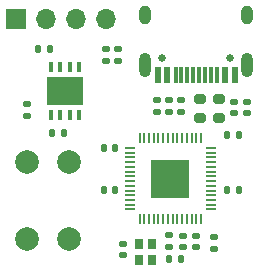
<source format=gbr>
%TF.GenerationSoftware,KiCad,Pcbnew,7.99.0-957-g18dd623122*%
%TF.CreationDate,2023-07-10T16:21:33-04:00*%
%TF.ProjectId,rp2040_base,72703230-3430-45f6-9261-73652e6b6963,rev?*%
%TF.SameCoordinates,Original*%
%TF.FileFunction,Soldermask,Top*%
%TF.FilePolarity,Negative*%
%FSLAX46Y46*%
G04 Gerber Fmt 4.6, Leading zero omitted, Abs format (unit mm)*
G04 Created by KiCad (PCBNEW 7.99.0-957-g18dd623122) date 2023-07-10 16:21:33*
%MOMM*%
%LPD*%
G01*
G04 APERTURE LIST*
G04 Aperture macros list*
%AMRoundRect*
0 Rectangle with rounded corners*
0 $1 Rounding radius*
0 $2 $3 $4 $5 $6 $7 $8 $9 X,Y pos of 4 corners*
0 Add a 4 corners polygon primitive as box body*
4,1,4,$2,$3,$4,$5,$6,$7,$8,$9,$2,$3,0*
0 Add four circle primitives for the rounded corners*
1,1,$1+$1,$2,$3*
1,1,$1+$1,$4,$5*
1,1,$1+$1,$6,$7*
1,1,$1+$1,$8,$9*
0 Add four rect primitives between the rounded corners*
20,1,$1+$1,$2,$3,$4,$5,0*
20,1,$1+$1,$4,$5,$6,$7,0*
20,1,$1+$1,$6,$7,$8,$9,0*
20,1,$1+$1,$8,$9,$2,$3,0*%
G04 Aperture macros list end*
%ADD10RoundRect,0.140000X0.170000X-0.140000X0.170000X0.140000X-0.170000X0.140000X-0.170000X-0.140000X0*%
%ADD11R,1.700000X1.700000*%
%ADD12O,1.700000X1.700000*%
%ADD13RoundRect,0.200000X0.275000X-0.200000X0.275000X0.200000X-0.275000X0.200000X-0.275000X-0.200000X0*%
%ADD14RoundRect,0.140000X-0.170000X0.140000X-0.170000X-0.140000X0.170000X-0.140000X0.170000X0.140000X0*%
%ADD15C,0.650000*%
%ADD16R,0.600000X1.450000*%
%ADD17R,0.300000X1.450000*%
%ADD18O,1.000000X2.100000*%
%ADD19O,1.000000X1.600000*%
%ADD20RoundRect,0.135000X0.185000X-0.135000X0.185000X0.135000X-0.185000X0.135000X-0.185000X-0.135000X0*%
%ADD21RoundRect,0.135000X-0.185000X0.135000X-0.185000X-0.135000X0.185000X-0.135000X0.185000X0.135000X0*%
%ADD22RoundRect,0.140000X-0.140000X-0.170000X0.140000X-0.170000X0.140000X0.170000X-0.140000X0.170000X0*%
%ADD23RoundRect,0.140000X0.140000X0.170000X-0.140000X0.170000X-0.140000X-0.170000X0.140000X-0.170000X0*%
%ADD24C,2.000000*%
%ADD25R,0.304800X0.863600*%
%ADD26R,3.098800X2.387600*%
%ADD27RoundRect,0.050000X-0.387500X-0.050000X0.387500X-0.050000X0.387500X0.050000X-0.387500X0.050000X0*%
%ADD28RoundRect,0.050000X-0.050000X-0.387500X0.050000X-0.387500X0.050000X0.387500X-0.050000X0.387500X0*%
%ADD29R,3.200000X3.200000*%
%ADD30RoundRect,0.135000X-0.135000X-0.185000X0.135000X-0.185000X0.135000X0.185000X-0.135000X0.185000X0*%
%ADD31R,0.800000X0.900000*%
%ADD32RoundRect,0.200000X-0.275000X0.200000X-0.275000X-0.200000X0.275000X-0.200000X0.275000X0.200000X0*%
G04 APERTURE END LIST*
D10*
%TO.C,C9*%
X148082000Y-89013000D03*
X148082000Y-88053000D03*
%TD*%
D11*
%TO.C,J2*%
X128524001Y-81026000D03*
D12*
X131064001Y-81026000D03*
X133604000Y-81026000D03*
X136144001Y-81026000D03*
%TD*%
D13*
%TO.C,R5*%
X145669000Y-89470999D03*
X145669000Y-87820999D03*
%TD*%
D14*
%TO.C,C13*%
X137526846Y-100114733D03*
X137526846Y-101074733D03*
%TD*%
D10*
%TO.C,C4*%
X142494000Y-88900000D03*
X142494000Y-87940000D03*
%TD*%
D15*
%TO.C,J1*%
X146654000Y-84388000D03*
X140874000Y-84388000D03*
D16*
X147014000Y-85833000D03*
X146214000Y-85833000D03*
D17*
X145014000Y-85833000D03*
X144014000Y-85833000D03*
X143514000Y-85833000D03*
X142514000Y-85833000D03*
D16*
X141314000Y-85833000D03*
X140514000Y-85833000D03*
X140514000Y-85833000D03*
X141314000Y-85833000D03*
D17*
X142014000Y-85833000D03*
X143014000Y-85833000D03*
X144514000Y-85833000D03*
X145514000Y-85833000D03*
D16*
X146214000Y-85833000D03*
X147014000Y-85833000D03*
D18*
X148084000Y-84918000D03*
D19*
X148084000Y-80738000D03*
D18*
X139444000Y-84918000D03*
D19*
X139444000Y-80738000D03*
%TD*%
D10*
%TO.C,C10*%
X140462000Y-88900000D03*
X140462000Y-87940000D03*
%TD*%
%TO.C,C11*%
X147004369Y-89013000D03*
X147004369Y-88053000D03*
%TD*%
D20*
%TO.C,R2*%
X137160000Y-84583999D03*
X137160000Y-83564001D03*
%TD*%
D21*
%TO.C,R6*%
X141448554Y-99345001D03*
X141448554Y-100364999D03*
%TD*%
D22*
%TO.C,C12*%
X141474500Y-101379000D03*
X142434500Y-101379000D03*
%TD*%
D23*
%TO.C,C7*%
X136929216Y-91973686D03*
X135969216Y-91973686D03*
%TD*%
D14*
%TO.C,C3*%
X142654869Y-99396313D03*
X142654869Y-100356313D03*
%TD*%
D20*
%TO.C,R3*%
X136144000Y-84583999D03*
X136144000Y-83564001D03*
%TD*%
D24*
%TO.C,SW1*%
X129413000Y-93195000D03*
X129413000Y-99695000D03*
%TD*%
D22*
%TO.C,C14*%
X130399850Y-83566000D03*
X131359850Y-83566000D03*
%TD*%
D25*
%TO.C,U2*%
X131457700Y-89141300D03*
X132257800Y-89141300D03*
X133057900Y-89141300D03*
X133858000Y-89141300D03*
D26*
X132657850Y-87122000D03*
D25*
X133858000Y-85102700D03*
X133057900Y-85102700D03*
X132257800Y-85102700D03*
X131457700Y-85102700D03*
%TD*%
D21*
%TO.C,R7*%
X129413000Y-88263001D03*
X129413000Y-89282999D03*
%TD*%
D27*
%TO.C,U1*%
X138127500Y-91975000D03*
X138127500Y-92375001D03*
X138127500Y-92775000D03*
X138127500Y-93175000D03*
X138127500Y-93575000D03*
X138127500Y-93974999D03*
X138127500Y-94375000D03*
X138127500Y-94775000D03*
X138127500Y-95175001D03*
X138127500Y-95575000D03*
X138127500Y-95975000D03*
X138127500Y-96375000D03*
X138127500Y-96774999D03*
X138127500Y-97175000D03*
D28*
X138965000Y-98012500D03*
X139365001Y-98012500D03*
X139765000Y-98012500D03*
X140165000Y-98012500D03*
X140565000Y-98012500D03*
X140964999Y-98012500D03*
X141365000Y-98012500D03*
X141765000Y-98012500D03*
X142165001Y-98012500D03*
X142565000Y-98012500D03*
X142965000Y-98012500D03*
X143365000Y-98012500D03*
X143764999Y-98012500D03*
X144165000Y-98012500D03*
D27*
X145002500Y-97175000D03*
X145002500Y-96774999D03*
X145002500Y-96375000D03*
X145002500Y-95975000D03*
X145002500Y-95575000D03*
X145002500Y-95175001D03*
X145002500Y-94775000D03*
X145002500Y-94375000D03*
X145002500Y-93974999D03*
X145002500Y-93575000D03*
X145002500Y-93175000D03*
X145002500Y-92775000D03*
X145002500Y-92375001D03*
X145002500Y-91975000D03*
D28*
X144165000Y-91137500D03*
X143764999Y-91137500D03*
X143365000Y-91137500D03*
X142965000Y-91137500D03*
X142565000Y-91137500D03*
X142165001Y-91137500D03*
X141765000Y-91137500D03*
X141365000Y-91137500D03*
X140964999Y-91137500D03*
X140565000Y-91137500D03*
X140165000Y-91137500D03*
X139765000Y-91137500D03*
X139365001Y-91137500D03*
X138965000Y-91137500D03*
D29*
X141565000Y-94575000D03*
%TD*%
D10*
%TO.C,C2*%
X141478000Y-88900000D03*
X141478000Y-87940000D03*
%TD*%
D22*
%TO.C,C6*%
X146386313Y-95565790D03*
X147346313Y-95565790D03*
%TD*%
D30*
%TO.C,R8*%
X131570001Y-90678000D03*
X132589999Y-90678000D03*
%TD*%
D22*
%TO.C,C5*%
X146386313Y-90896056D03*
X147346313Y-90896056D03*
%TD*%
D23*
%TO.C,C1*%
X136929216Y-95565790D03*
X135969216Y-95565790D03*
%TD*%
D14*
%TO.C,C8*%
X143732500Y-99396313D03*
X143732500Y-100356313D03*
%TD*%
D31*
%TO.C,Y1*%
X138952503Y-100074337D03*
X138952503Y-101474337D03*
X140052503Y-101474337D03*
X140052503Y-100074337D03*
%TD*%
D24*
%TO.C,SW2*%
X132969000Y-93195000D03*
X132969000Y-99695000D03*
%TD*%
D20*
%TO.C,R1*%
X145249867Y-100565917D03*
X145249867Y-99545919D03*
%TD*%
D32*
%TO.C,R4*%
X144049500Y-87821000D03*
X144049500Y-89471000D03*
%TD*%
M02*

</source>
